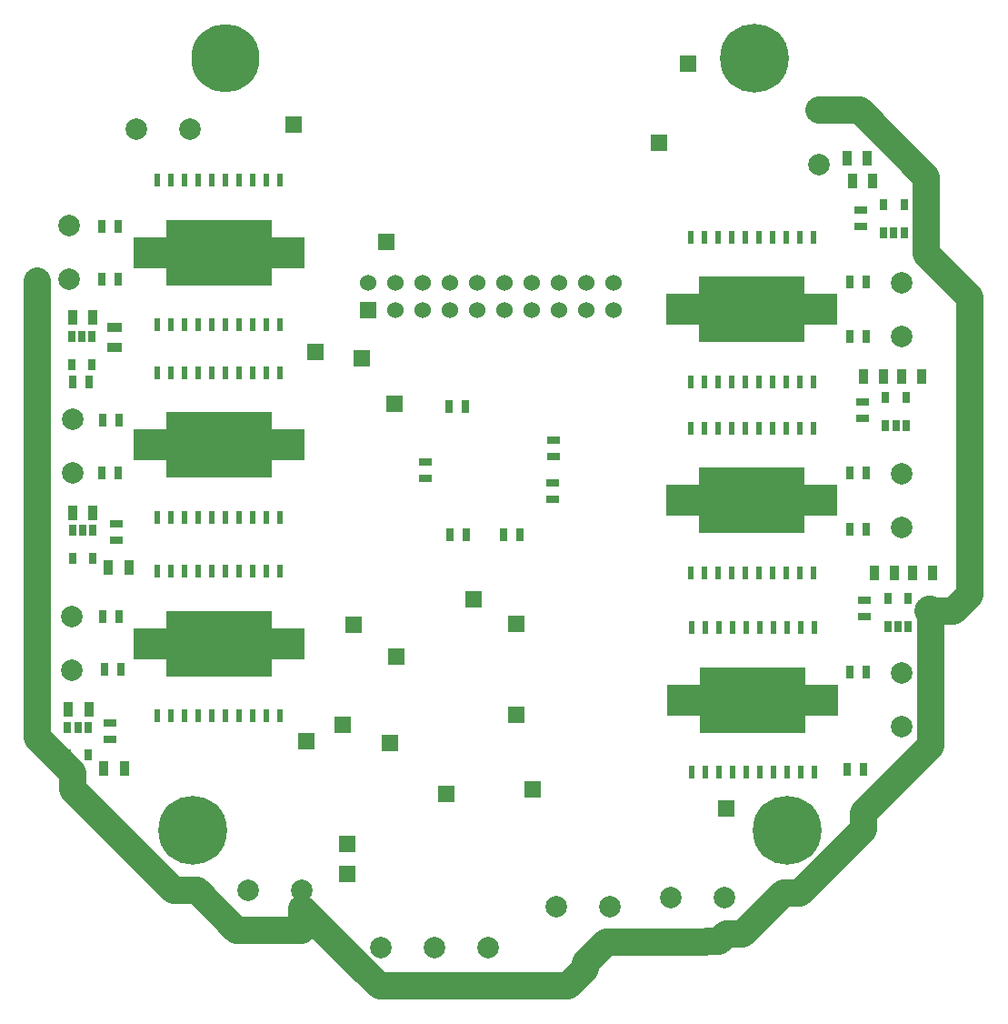
<source format=gbs>
G04 (created by PCBNEW (2013-08-23 BZR 4296)-product) date 12/22/2013 7:01:24 PM*
%MOIN*%
G04 Gerber Fmt 3.4, Leading zero omitted, Abs format*
%FSLAX34Y34*%
G01*
G70*
G90*
G04 APERTURE LIST*
%ADD10C,0.005906*%
%ADD11C,0.100000*%
%ADD12R,0.020000X0.050000*%
%ADD13R,0.386000X0.244000*%
%ADD14R,0.630000X0.114000*%
%ADD15R,0.045000X0.025000*%
%ADD16R,0.025000X0.045000*%
%ADD17C,0.078740*%
%ADD18R,0.035000X0.055000*%
%ADD19R,0.055000X0.035000*%
%ADD20R,0.027200X0.039400*%
%ADD21R,0.060000X0.060000*%
%ADD22C,0.060000*%
%ADD23C,0.252000*%
%ADD24C,0.250000*%
G04 APERTURE END LIST*
G54D10*
G54D11*
X74450Y-76400D02*
X76200Y-76400D01*
X73800Y-75750D02*
X74450Y-76400D01*
X61900Y-67300D02*
X61900Y-50550D01*
X63200Y-68600D02*
X61900Y-67300D01*
X63200Y-69200D02*
X63200Y-68600D01*
X66900Y-72900D02*
X63200Y-69200D01*
X67750Y-72900D02*
X66900Y-72900D01*
X69200Y-74350D02*
X67750Y-72900D01*
X71600Y-74350D02*
X69200Y-74350D01*
X71600Y-73550D02*
X71600Y-74350D01*
X73800Y-75750D02*
X71600Y-73550D01*
X81350Y-76400D02*
X76150Y-76400D01*
X82000Y-75750D02*
X81350Y-76400D01*
X82000Y-75550D02*
X82000Y-75750D01*
X82750Y-74800D02*
X82000Y-75550D01*
X86400Y-74800D02*
X82750Y-74800D01*
X86450Y-74750D02*
X86400Y-74800D01*
X86900Y-74750D02*
X86450Y-74750D01*
X87150Y-74500D02*
X86900Y-74750D01*
X87750Y-74500D02*
X87150Y-74500D01*
X89250Y-73000D02*
X87750Y-74500D01*
X89850Y-73000D02*
X89250Y-73000D01*
X92200Y-70650D02*
X89850Y-73000D01*
X92200Y-70050D02*
X92200Y-70650D01*
X94650Y-67600D02*
X92200Y-70050D01*
X94650Y-62600D02*
X94650Y-67600D01*
X94600Y-62600D02*
X94650Y-62600D01*
X94550Y-62650D02*
X94600Y-62600D01*
X95500Y-62650D02*
X94550Y-62650D01*
X96100Y-62050D02*
X95500Y-62650D01*
X96100Y-51150D02*
X96100Y-62050D01*
X94500Y-49550D02*
X96100Y-51150D01*
X94500Y-46750D02*
X94500Y-49550D01*
X92050Y-44300D02*
X94500Y-46750D01*
X90550Y-44300D02*
X92050Y-44300D01*
G54D12*
X66300Y-46875D03*
X66800Y-46875D03*
X67300Y-46875D03*
X67800Y-46875D03*
X68300Y-46875D03*
X68800Y-46875D03*
X69300Y-46875D03*
X69800Y-46875D03*
X70300Y-46875D03*
X70800Y-46875D03*
X70800Y-52175D03*
X70300Y-52175D03*
X69800Y-52175D03*
X69300Y-52175D03*
X68800Y-52175D03*
X68300Y-52175D03*
X67800Y-52175D03*
X67300Y-52175D03*
X66800Y-52175D03*
X66300Y-52175D03*
G54D13*
X68550Y-49525D03*
G54D14*
X68550Y-49525D03*
G54D15*
X80800Y-57950D03*
X80800Y-58550D03*
X80825Y-56400D03*
X80825Y-57000D03*
X76125Y-57800D03*
X76125Y-57200D03*
G54D16*
X77625Y-59875D03*
X77025Y-59875D03*
X76975Y-55175D03*
X77575Y-55175D03*
X79575Y-59850D03*
X78975Y-59850D03*
G54D15*
X92225Y-62250D03*
X92225Y-62850D03*
X92150Y-55000D03*
X92150Y-55600D03*
X92100Y-47975D03*
X92100Y-48575D03*
G54D16*
X63775Y-54250D03*
X63175Y-54250D03*
G54D15*
X64775Y-60050D03*
X64775Y-59450D03*
X64550Y-67350D03*
X64550Y-66750D03*
G54D17*
X65515Y-45000D03*
X67484Y-45000D03*
X93600Y-64940D03*
X93600Y-66909D03*
X93600Y-57615D03*
X93600Y-59584D03*
X93600Y-50615D03*
X93600Y-52584D03*
X63050Y-50509D03*
X63050Y-48540D03*
X90550Y-44315D03*
X90550Y-46284D03*
X63200Y-57609D03*
X63200Y-55640D03*
X63150Y-64834D03*
X63150Y-62865D03*
X71584Y-72900D03*
X69615Y-72900D03*
G54D18*
X92575Y-61250D03*
X93325Y-61250D03*
X92175Y-54050D03*
X92925Y-54050D03*
X91775Y-46900D03*
X92525Y-46900D03*
G54D19*
X64725Y-53000D03*
X64725Y-52250D03*
G54D18*
X65250Y-61050D03*
X64500Y-61050D03*
X65075Y-68425D03*
X64325Y-68425D03*
G54D20*
X93824Y-63212D03*
X93076Y-63212D03*
X93450Y-63212D03*
X93076Y-62188D03*
X93824Y-62188D03*
X93749Y-55862D03*
X93001Y-55862D03*
X93375Y-55862D03*
X93001Y-54838D03*
X93749Y-54838D03*
G54D12*
X90375Y-68575D03*
X89875Y-68575D03*
X89375Y-68575D03*
X88875Y-68575D03*
X88375Y-68575D03*
X87875Y-68575D03*
X87375Y-68575D03*
X86875Y-68575D03*
X86375Y-68575D03*
X85875Y-68575D03*
X85875Y-63275D03*
X86375Y-63275D03*
X86875Y-63275D03*
X87375Y-63275D03*
X87875Y-63275D03*
X88375Y-63275D03*
X88875Y-63275D03*
X89375Y-63275D03*
X89875Y-63275D03*
X90375Y-63275D03*
G54D13*
X88125Y-65925D03*
G54D14*
X88125Y-65925D03*
G54D12*
X90350Y-61250D03*
X89850Y-61250D03*
X89350Y-61250D03*
X88850Y-61250D03*
X88350Y-61250D03*
X87850Y-61250D03*
X87350Y-61250D03*
X86850Y-61250D03*
X86350Y-61250D03*
X85850Y-61250D03*
X85850Y-55950D03*
X86350Y-55950D03*
X86850Y-55950D03*
X87350Y-55950D03*
X87850Y-55950D03*
X88350Y-55950D03*
X88850Y-55950D03*
X89350Y-55950D03*
X89850Y-55950D03*
X90350Y-55950D03*
G54D13*
X88100Y-58600D03*
G54D14*
X88100Y-58600D03*
G54D20*
X93674Y-48787D03*
X92926Y-48787D03*
X93300Y-48787D03*
X92926Y-47763D03*
X93674Y-47763D03*
X63151Y-52588D03*
X63899Y-52588D03*
X63525Y-52588D03*
X63899Y-53612D03*
X63151Y-53612D03*
G54D12*
X90350Y-54250D03*
X89850Y-54250D03*
X89350Y-54250D03*
X88850Y-54250D03*
X88350Y-54250D03*
X87850Y-54250D03*
X87350Y-54250D03*
X86850Y-54250D03*
X86350Y-54250D03*
X85850Y-54250D03*
X85850Y-48950D03*
X86350Y-48950D03*
X86850Y-48950D03*
X87350Y-48950D03*
X87850Y-48950D03*
X88350Y-48950D03*
X88850Y-48950D03*
X89350Y-48950D03*
X89850Y-48950D03*
X90350Y-48950D03*
G54D13*
X88100Y-51600D03*
G54D14*
X88100Y-51600D03*
G54D20*
X63176Y-59688D03*
X63924Y-59688D03*
X63550Y-59688D03*
X63924Y-60712D03*
X63176Y-60712D03*
X63001Y-66913D03*
X63749Y-66913D03*
X63375Y-66913D03*
X63749Y-67937D03*
X63001Y-67937D03*
G54D12*
X66300Y-53925D03*
X66800Y-53925D03*
X67300Y-53925D03*
X67800Y-53925D03*
X68300Y-53925D03*
X68800Y-53925D03*
X69300Y-53925D03*
X69800Y-53925D03*
X70300Y-53925D03*
X70800Y-53925D03*
X70800Y-59225D03*
X70300Y-59225D03*
X69800Y-59225D03*
X69300Y-59225D03*
X68800Y-59225D03*
X68300Y-59225D03*
X67800Y-59225D03*
X67300Y-59225D03*
X66800Y-59225D03*
X66300Y-59225D03*
G54D13*
X68550Y-56575D03*
G54D14*
X68550Y-56575D03*
G54D12*
X66300Y-61200D03*
X66800Y-61200D03*
X67300Y-61200D03*
X67800Y-61200D03*
X68300Y-61200D03*
X68800Y-61200D03*
X69300Y-61200D03*
X69800Y-61200D03*
X70300Y-61200D03*
X70800Y-61200D03*
X70800Y-66500D03*
X70300Y-66500D03*
X69800Y-66500D03*
X69300Y-66500D03*
X68800Y-66500D03*
X68300Y-66500D03*
X67800Y-66500D03*
X67300Y-66500D03*
X66800Y-66500D03*
X66300Y-66500D03*
G54D13*
X68550Y-63850D03*
G54D14*
X68550Y-63850D03*
G54D21*
X74025Y-51625D03*
G54D22*
X74025Y-50625D03*
X75025Y-51625D03*
X75025Y-50625D03*
X76025Y-51625D03*
X76025Y-50625D03*
X77025Y-51625D03*
X77025Y-50625D03*
X78025Y-51625D03*
X78025Y-50625D03*
X79025Y-51625D03*
X79025Y-50625D03*
X80025Y-51625D03*
X80025Y-50625D03*
X81025Y-51625D03*
X81025Y-50625D03*
X82025Y-51625D03*
X82025Y-50625D03*
X83025Y-51625D03*
X83025Y-50625D03*
G54D21*
X71275Y-44825D03*
X79450Y-66475D03*
X74825Y-67500D03*
X79450Y-63125D03*
X84675Y-45500D03*
X85750Y-42600D03*
X77900Y-62225D03*
X73500Y-63150D03*
X71750Y-67425D03*
X73075Y-66825D03*
X73250Y-72300D03*
X73250Y-71200D03*
X75050Y-64325D03*
X87150Y-69900D03*
X72100Y-53175D03*
X74975Y-55050D03*
X76900Y-69375D03*
X80050Y-69200D03*
X74700Y-49125D03*
X73775Y-53400D03*
G54D23*
X88200Y-42400D03*
G54D24*
X68800Y-42400D03*
G54D23*
X89400Y-70700D03*
X67600Y-70700D03*
G54D17*
X76450Y-75000D03*
X74481Y-75000D03*
X78418Y-75000D03*
G54D16*
X91600Y-68450D03*
X92200Y-68450D03*
X91700Y-59650D03*
X92300Y-59650D03*
X91700Y-64900D03*
X92300Y-64900D03*
X92300Y-57600D03*
X91700Y-57600D03*
X92300Y-52600D03*
X91700Y-52600D03*
X64850Y-48550D03*
X64250Y-48550D03*
X91700Y-50600D03*
X92300Y-50600D03*
X64250Y-50500D03*
X64850Y-50500D03*
X64300Y-55650D03*
X64900Y-55650D03*
X64300Y-62850D03*
X64900Y-62850D03*
X64350Y-64800D03*
X64950Y-64800D03*
X64850Y-57600D03*
X64250Y-57600D03*
G54D18*
X93975Y-61250D03*
X94725Y-61250D03*
X93575Y-54050D03*
X94325Y-54050D03*
X92325Y-46050D03*
X91575Y-46050D03*
X63925Y-51900D03*
X63175Y-51900D03*
X63925Y-59050D03*
X63175Y-59050D03*
X63775Y-66250D03*
X63025Y-66250D03*
G54D17*
X82884Y-73500D03*
X80915Y-73500D03*
X87084Y-73150D03*
X85115Y-73150D03*
M02*

</source>
